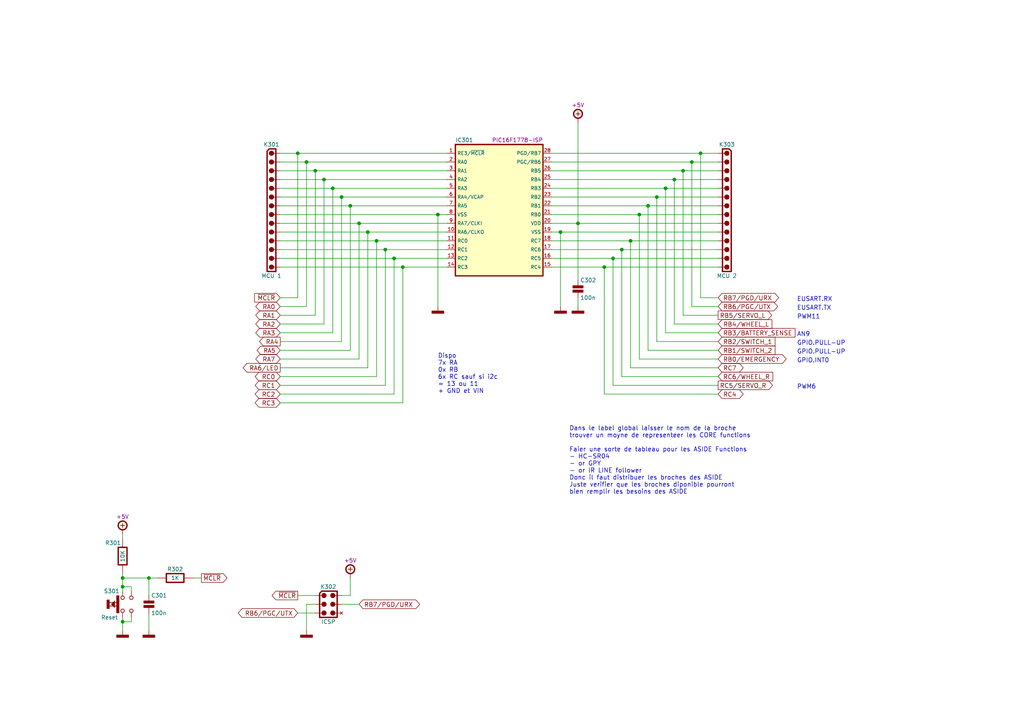
<source format=kicad_sch>
(kicad_sch (version 20211123) (generator eeschema)
  (paper "A4")
  (title_block (title "MCU") (date "01/2022") (rev "A") (comment 1 "TBOT - MCU PIC-8Bit"))
  (lib_symbols
    (symbol "tronixio:ALPS-SKRPAC" (pin_numbers hide) (pin_names (offset 0) hide)
      (property "Reference" "S" (at 0 7.62 0))
      (property "Value" "ALPS-SKRPAC" (at 0 -5.08 0))
      (symbol "ALPS-SKRPAC_0_1"
        (rectangle (start -2.54 1.778) (end 2.54 1.016) (stroke (width 0.001)) (fill (type outline)))
        (circle (center -1.905 -2.54) (radius 0.508) (stroke (width 0.2)))
        (circle (center -1.905 0) (radius 0.508) (stroke (width 0.2)))
        (rectangle (start -1.27 4.572) (end 1.27 3.81) (stroke (width 0.001)) (fill (type outline)))
        (polyline (pts (xy -0.508 1.778) (xy -0.508 3.81)) (stroke (width 0.2)))
        (polyline (pts (xy 0.508 1.778) (xy 0.508 3.81)) (stroke (width 0.2)))
        (polyline (pts (xy -1.016 2.286) (xy 1.016 2.286) (xy 0 3.302) (xy -1.016 2.286)) (stroke (width 0.001)) (fill (type outline)))
        (circle (center 1.905 -2.54) (radius 0.508) (stroke (width 0.2)))
        (circle (center 1.905 0) (radius 0.508) (stroke (width 0.2)))
        (pin passive line (at -3.81 0 0) (length 1.27) (name "1") (number "1"))
        (pin passive line (at -3.81 -2.54 0) (length 1.27) (name "2") (number "2"))
        (pin passive line (at 3.81 0 180) (length 1.27) (name "3") (number "3"))
        (pin passive line (at 3.81 -2.54 180) (length 1.27) (name "4") (number "4"))
      )
    )
    (symbol "tronixio:C-1206" (pin_numbers hide) (pin_names (offset 0) hide)
      (property "Reference" "C" (at 0.635 2.54 0))
      (property "Value" "C-1206" (at 0.635 -2.54 0))
      (symbol "C-1206_0_1"
        (rectangle (start -1.524 -0.254) (end 1.524 -1.016) (stroke (width 0.001)) (fill (type outline)))
        (rectangle (start -1.524 1.016) (end 1.524 0.254) (stroke (width 0.001)) (fill (type outline)))
      )
      (symbol "C-1206_1_1"
        (pin passive line (at 0 2.54 270) (length 1.905) (name "~") (number "1"))
        (pin passive line (at 0 -2.54 90) (length 1.905) (name "~") (number "2"))
      )
    )
    (symbol "tronixio:HARWIN-254-M-1X14-VERTICAL" (pin_numbers hide) (pin_names (offset 0) hide)
      (property "Reference" "K" (at 0 2.54 0))
      (property "Value" "HARWIN-254-M-1X14-VERTICAL" (at 0 -35.56 0))
      (symbol "HARWIN-254-M-1X14-VERTICAL_0_1"
        (circle (center 0 -33.02) (radius 0.635) (stroke (width 0.2)) (fill (type outline)))
        (circle (center 0 -30.48) (radius 0.635) (stroke (width 0.2)) (fill (type outline)))
        (circle (center 0 -27.94) (radius 0.635) (stroke (width 0.2)) (fill (type outline)))
        (circle (center 0 -25.4) (radius 0.635) (stroke (width 0.2)) (fill (type outline)))
        (circle (center 0 -22.86) (radius 0.635) (stroke (width 0.2)) (fill (type outline)))
        (circle (center 0 -20.32) (radius 0.635) (stroke (width 0.2)) (fill (type outline)))
        (circle (center 0 -17.78) (radius 0.635) (stroke (width 0.2)) (fill (type outline)))
        (circle (center 0 -15.24) (radius 0.635) (stroke (width 0.2)) (fill (type outline)))
        (circle (center 0 -12.7) (radius 0.635) (stroke (width 0.2)) (fill (type outline)))
        (circle (center 0 -10.16) (radius 0.635) (stroke (width 0.2)) (fill (type outline)))
        (circle (center 0 -7.62) (radius 0.635) (stroke (width 0.2)) (fill (type outline)))
        (circle (center 0 -5.08) (radius 0.635) (stroke (width 0.2)) (fill (type outline)))
        (circle (center 0 -2.54) (radius 0.635) (stroke (width 0.2)) (fill (type outline)))
        (polyline (pts (xy -1.27 -34.29) (xy 1.27 -34.29) (xy 1.27 0.635) (xy 0.635 1.27) (xy -1.27 1.27) (xy -1.27 -34.29)) (stroke (width 0.4)))
        (circle (center 0 0) (radius 0.635) (stroke (width 0.2)) (fill (type outline)))
      )
      (symbol "HARWIN-254-M-1X14-VERTICAL_1_1"
        (pin passive line (at -2.54 0 0) (length 1.905) (name "Pin_1") (number "1"))
        (pin passive line (at -2.54 -22.86 0) (length 1.905) (name "Pin_10") (number "10"))
        (pin passive line (at -2.54 -25.4 0) (length 1.905) (name "Pin_11") (number "11"))
        (pin passive line (at -2.54 -27.94 0) (length 1.905) (name "Pin_12") (number "12"))
        (pin passive line (at -2.54 -30.48 0) (length 1.905) (name "Pin_13") (number "13"))
        (pin passive line (at -2.54 -33.02 0) (length 1.905) (name "Pin_14") (number "14"))
        (pin passive line (at -2.54 -2.54 0) (length 1.905) (name "Pin_2") (number "2"))
        (pin passive line (at -2.54 -5.08 0) (length 1.905) (name "Pin_3") (number "3"))
        (pin passive line (at -2.54 -7.62 0) (length 1.905) (name "Pin_4") (number "4"))
        (pin passive line (at -2.54 -10.16 0) (length 1.905) (name "Pin_5") (number "5"))
        (pin passive line (at -2.54 -12.7 0) (length 1.905) (name "Pin_6") (number "6"))
        (pin passive line (at -2.54 -15.24 0) (length 1.905) (name "Pin_7") (number "7"))
        (pin passive line (at -2.54 -17.78 0) (length 1.905) (name "Pin_8") (number "8"))
        (pin passive line (at -2.54 -20.32 0) (length 1.905) (name "Pin_9") (number "9"))
      )
    )
    (symbol "tronixio:MICROCHIP-ICSP-M-2x03" (pin_numbers hide) (pin_names (offset 0) hide)
      (property "Reference" "K" (at 1.27 2.54 0))
      (property "Value" "MICROCHIP-ICSP-M-2x03" (at 1.27 -7.62 0))
      (symbol "MICROCHIP-ICSP-M-2x03_0_0"
        (circle (center 0 -5.08) (radius 0.635) (stroke (width 0.2)) (fill (type outline)))
        (circle (center 0 -2.54) (radius 0.635) (stroke (width 0.2)) (fill (type outline)))
        (polyline (pts (xy -1.27 -6.35) (xy 3.81 -6.35) (xy 3.81 1.27) (xy -0.635 1.27) (xy -1.27 0.635) (xy -1.27 -6.35)) (stroke (width 0.4)))
        (circle (center 0 0) (radius 0.635) (stroke (width 0.2)) (fill (type outline)))
        (circle (center 2.54 -5.08) (radius 0.635) (stroke (width 0.2)) (fill (type outline)))
        (circle (center 2.54 -2.54) (radius 0.635) (stroke (width 0.2)) (fill (type outline)))
        (circle (center 2.54 0) (radius 0.635) (stroke (width 0.2)) (fill (type outline)))
      )
      (symbol "MICROCHIP-ICSP-M-2x03_1_1"
        (pin input line (at -2.54 0 0) (length 1.905) (name "~{MCLR}") (number "1"))
        (pin power_in line (at 5.08 0 180) (length 1.905) (name "VDD") (number "2"))
        (pin passive line (at -2.54 -2.54 0) (length 1.905) (name "GND") (number "3"))
        (pin bidirectional line (at 5.08 -2.54 180) (length 1.905) (name "PGD") (number "4"))
        (pin input line (at -2.54 -5.08 0) (length 1.905) (name "PGC") (number "5"))
        (pin no_connect line (at 5.08 -5.08 180) (length 1.905) (name "NC") (number "6"))
      )
    )
    (symbol "tronixio:MICROCHIP-PIC16F1778-ISP" (pin_names (offset 0.5))
      (property "Reference" "IC" (at -12.7 20.32 0))
      (property "Name" "PIC16F1778-ISP" (at 12.7 20.32 0))
      (symbol "MICROCHIP-PIC16F1778-ISP_0_1"
        (rectangle (start -12.7 -19.05) (end 12.7 19.05) (stroke (width 0.4)) (fill (type background)))
      )
      (symbol "MICROCHIP-PIC16F1778-ISP_1_1"
        (pin input line (at -15.24 16.51 0) (length 2.54) (name "RE3/~{MCLR}") (number "1"))
        (pin bidirectional line (at -15.24 -6.35 0) (length 2.54) (name "RA6/CLKO") (number "10"))
        (pin bidirectional line (at -15.24 -8.89 0) (length 2.54) (name "RC0") (number "11"))
        (pin bidirectional line (at -15.24 -11.43 0) (length 2.54) (name "RC1") (number "12"))
        (pin bidirectional line (at -15.24 -13.97 0) (length 2.54) (name "RC2") (number "13"))
        (pin bidirectional line (at -15.24 -16.51 0) (length 2.54) (name "RC3") (number "14"))
        (pin bidirectional line (at 15.24 -16.51 180) (length 2.54) (name "RC4") (number "15"))
        (pin bidirectional line (at 15.24 -13.97 180) (length 2.54) (name "RC5") (number "16"))
        (pin bidirectional line (at 15.24 -11.43 180) (length 2.54) (name "RC6") (number "17"))
        (pin bidirectional line (at 15.24 -8.89 180) (length 2.54) (name "RC7") (number "18"))
        (pin power_in line (at 15.24 -6.35 180) (length 2.54) (name "VSS") (number "19"))
        (pin bidirectional line (at -15.24 13.97 0) (length 2.54) (name "RA0") (number "2"))
        (pin power_in line (at 15.24 -3.81 180) (length 2.54) (name "VDD") (number "20"))
        (pin bidirectional line (at 15.24 -1.27 180) (length 2.54) (name "RB0") (number "21"))
        (pin bidirectional line (at 15.24 1.27 180) (length 2.54) (name "RB1") (number "22"))
        (pin bidirectional line (at 15.24 3.81 180) (length 2.54) (name "RB2") (number "23"))
        (pin bidirectional line (at 15.24 6.35 180) (length 2.54) (name "RB3") (number "24"))
        (pin bidirectional line (at 15.24 8.89 180) (length 2.54) (name "RB4") (number "25"))
        (pin bidirectional line (at 15.24 11.43 180) (length 2.54) (name "RB5") (number "26"))
        (pin bidirectional line (at 15.24 13.97 180) (length 2.54) (name "PGC/RB6") (number "27"))
        (pin bidirectional line (at 15.24 16.51 180) (length 2.54) (name "PGD/RB7") (number "28"))
        (pin bidirectional line (at -15.24 11.43 0) (length 2.54) (name "RA1") (number "3"))
        (pin bidirectional line (at -15.24 8.89 0) (length 2.54) (name "RA2") (number "4"))
        (pin bidirectional line (at -15.24 6.35 0) (length 2.54) (name "RA3") (number "5"))
        (pin bidirectional line (at -15.24 3.81 0) (length 2.54) (name "RA4/VCAP") (number "6"))
        (pin bidirectional line (at -15.24 1.27 0) (length 2.54) (name "RA5") (number "7"))
        (pin power_in line (at -15.24 -1.27 0) (length 2.54) (name "VSS") (number "8"))
        (pin bidirectional line (at -15.24 -3.81 0) (length 2.54) (name "RA7/CLKI") (number "9"))
      )
    )
    (symbol "tronixio:POWER-+5V" (power) (pin_numbers hide) (pin_names (offset 0) hide)
      (property "Name" "+5V" (at 0 5.08 0))
      (symbol "POWER-+5V_0_1"
        (polyline (pts (xy -0.635 2.54) (xy 0.635 2.54)) (stroke (width 0.2)))
        (polyline (pts (xy 0 1.905) (xy 0 3.175)) (stroke (width 0.2)))
        (circle (center 0 2.54) (radius 1.27) (stroke (width 0.4)))
      )
      (symbol "POWER-+5V_1_1"
        (pin power_in line (at 0 0 90) (length 1.27) (name "+5V") (number "1"))
      )
    )
    (symbol "tronixio:POWER-GND" (power) (pin_numbers hide) (pin_names (offset 0) hide)
      (symbol "POWER-GND_0_1"
        (rectangle (start -1.778 -2.032) (end 1.778 -1.27) (stroke (width 0.001)) (fill (type outline)))
      )
      (symbol "POWER-GND_1_1"
        (pin power_in line (at 0 0 270) (length 1.27) (name "GND") (number "1"))
      )
    )
    (symbol "tronixio:R-1206" (pin_numbers hide) (pin_names (offset 0) hide)
      (property "Reference" "R" (at 2.54 0 90))
      (property "Value" "R-1206" (at 0 0 90))
      (symbol "R-1206_0_1"
        (rectangle (start -1.27 -2.54) (end 1.27 2.54) (stroke (width 0.4)))
      )
      (symbol "R-1206_1_1"
        (pin passive line (at 0 5.08 270) (length 2.54) (name "~") (number "1"))
        (pin passive line (at 0 -5.08 90) (length 2.54) (name "~") (number "2"))
      )
    )
  )
  (junction (at 35.56 167.64) (diameter 0.9144))
  (junction (at 91.44 49.53) (diameter 0.9144))
  (junction (at 193.04 54.61) (diameter 0.9144))
  (junction (at 200.66 46.99) (diameter 0.9144))
  (junction (at 195.58 52.07) (diameter 0.9144))
  (junction (at 101.6 59.69) (diameter 0.9144))
  (junction (at 175.26 77.47) (diameter 0.9144))
  (junction (at 187.96 59.69) (diameter 0.9144))
  (junction (at 93.98 52.07) (diameter 0.9144))
  (junction (at 43.18 167.64))
  (junction (at 198.12 49.53) (diameter 0.9144))
  (junction (at 127 62.23) (diameter 0.9144))
  (junction (at 177.8 74.93) (diameter 0.9144))
  (junction (at 106.68 67.31) (diameter 0.9144))
  (junction (at 162.56 67.31) (diameter 0.9144))
  (junction (at 104.14 64.77) (diameter 0.9144))
  (junction (at 114.3 74.93) (diameter 0.9144))
  (junction (at 167.64 64.77) (diameter 0.9144))
  (junction (at 203.2 44.45) (diameter 0.9144))
  (junction (at 96.52 54.61) (diameter 0.9144))
  (junction (at 35.56 180.34) (diameter 0.9144))
  (junction (at 182.88 69.85) (diameter 0.9144))
  (junction (at 99.06 57.15) (diameter 0.9144))
  (junction (at 86.36 44.45) (diameter 0.9144))
  (junction (at 88.9 46.99) (diameter 0.9144))
  (junction (at 35.56 170.18) (diameter 0.9144))
  (junction (at 116.84 77.47) (diameter 0.9144))
  (junction (at 109.22 69.85) (diameter 0.9144))
  (junction (at 185.42 62.23) (diameter 0.9144))
  (junction (at 190.5 57.15) (diameter 0.9144))
  (junction (at 180.34 72.39) (diameter 0.9144))
  (junction (at 111.76 72.39) (diameter 0.9144))
  (wire (pts (xy 88.9 175.26) (xy 88.9 182.88)))
  (wire (pts (xy 91.44 175.26) (xy 88.9 175.26)))
  (wire (pts (xy 160.02 44.45) (xy 203.2 44.45)))
  (wire (pts (xy 203.2 44.45) (xy 208.28 44.45)))
  (wire (pts (xy 81.28 62.23) (xy 127 62.23)))
  (wire (pts (xy 127 62.23) (xy 129.54 62.23)))
  (wire (pts (xy 81.28 52.07) (xy 93.98 52.07)))
  (wire (pts (xy 93.98 52.07) (xy 129.54 52.07)))
  (wire (pts (xy 35.56 167.64) (xy 43.18 167.64)))
  (wire (pts (xy 43.18 172.72) (xy 43.18 167.64)))
  (wire (pts (xy 160.02 77.47) (xy 175.26 77.47)))
  (wire (pts (xy 175.26 77.47) (xy 208.28 77.47)))
  (wire (pts (xy 160.02 62.23) (xy 185.42 62.23)))
  (wire (pts (xy 185.42 62.23) (xy 208.28 62.23)))
  (wire (pts (xy 198.12 49.53) (xy 198.12 91.44)))
  (wire (pts (xy 208.28 114.3) (xy 175.26 114.3)))
  (wire (pts (xy 208.28 111.76) (xy 177.8 111.76)))
  (wire (pts (xy 208.28 104.14) (xy 185.42 104.14)))
  (wire (pts (xy 160.02 67.31) (xy 162.56 67.31)))
  (wire (pts (xy 162.56 67.31) (xy 208.28 67.31)))
  (wire (pts (xy 190.5 57.15) (xy 190.5 99.06)))
  (wire (pts (xy 190.5 99.06) (xy 208.28 99.06)))
  (wire (pts (xy 160.02 64.77) (xy 167.64 64.77)))
  (wire (pts (xy 167.64 64.77) (xy 208.28 64.77)))
  (wire (pts (xy 182.88 69.85) (xy 182.88 106.68)))
  (wire (pts (xy 182.88 106.68) (xy 208.28 106.68)))
  (wire (pts (xy 162.56 67.31) (xy 162.56 88.9)))
  (wire (pts (xy 160.02 69.85) (xy 182.88 69.85)))
  (wire (pts (xy 182.88 69.85) (xy 208.28 69.85)))
  (wire (pts (xy 81.28 74.93) (xy 114.3 74.93)))
  (wire (pts (xy 114.3 74.93) (xy 129.54 74.93)))
  (wire (pts (xy 195.58 52.07) (xy 195.58 93.98)))
  (wire (pts (xy 167.64 64.77) (xy 167.64 81.28)))
  (wire (pts (xy 81.28 114.3) (xy 114.3 114.3)))
  (wire (pts (xy 114.3 114.3) (xy 114.3 74.93)))
  (wire (pts (xy 81.28 64.77) (xy 104.14 64.77)))
  (wire (pts (xy 104.14 64.77) (xy 129.54 64.77)))
  (wire (pts (xy 86.36 177.8) (xy 91.44 177.8)))
  (wire (pts (xy 175.26 77.47) (xy 175.26 114.3)))
  (wire (pts (xy 55.88 167.64) (xy 58.42 167.64)))
  (wire (pts (xy 81.28 104.14) (xy 104.14 104.14)))
  (wire (pts (xy 35.56 154.94) (xy 35.56 156.21)))
  (wire (pts (xy 81.28 106.68) (xy 106.68 106.68)))
  (wire (pts (xy 35.56 170.18) (xy 38.1 170.18)))
  (wire (pts (xy 38.1 171.45) (xy 38.1 170.18)))
  (wire (pts (xy 187.96 59.69) (xy 187.96 101.6)))
  (wire (pts (xy 187.96 101.6) (xy 208.28 101.6)))
  (wire (pts (xy 35.56 180.34) (xy 38.1 180.34)))
  (wire (pts (xy 38.1 179.07) (xy 38.1 180.34)))
  (wire (pts (xy 81.28 67.31) (xy 106.68 67.31)))
  (wire (pts (xy 106.68 67.31) (xy 129.54 67.31)))
  (wire (pts (xy 86.36 44.45) (xy 86.36 86.36)))
  (wire (pts (xy 160.02 54.61) (xy 193.04 54.61)))
  (wire (pts (xy 193.04 54.61) (xy 208.28 54.61)))
  (wire (pts (xy 177.8 74.93) (xy 177.8 111.76)))
  (wire (pts (xy 185.42 62.23) (xy 185.42 104.14)))
  (wire (pts (xy 81.28 109.22) (xy 109.22 109.22)))
  (wire (pts (xy 109.22 109.22) (xy 109.22 69.85)))
  (wire (pts (xy 81.28 91.44) (xy 91.44 91.44)))
  (wire (pts (xy 180.34 72.39) (xy 180.34 109.22)))
  (wire (pts (xy 193.04 54.61) (xy 193.04 96.52)))
  (wire (pts (xy 193.04 96.52) (xy 208.28 96.52)))
  (wire (pts (xy 81.28 49.53) (xy 91.44 49.53)))
  (wire (pts (xy 91.44 49.53) (xy 129.54 49.53)))
  (wire (pts (xy 99.06 172.72) (xy 101.6 172.72)))
  (wire (pts (xy 101.6 167.64) (xy 101.6 172.72)))
  (wire (pts (xy 81.28 54.61) (xy 96.52 54.61)))
  (wire (pts (xy 96.52 54.61) (xy 129.54 54.61)))
  (wire (pts (xy 167.64 35.56) (xy 167.64 64.77)))
  (wire (pts (xy 43.18 167.64) (xy 45.72 167.64)))
  (wire (pts (xy 35.56 166.37) (xy 35.56 167.64)))
  (wire (pts (xy 81.28 111.76) (xy 111.76 111.76)))
  (wire (pts (xy 111.76 111.76) (xy 111.76 72.39)))
  (wire (pts (xy 160.02 72.39) (xy 180.34 72.39)))
  (wire (pts (xy 180.34 72.39) (xy 208.28 72.39)))
  (wire (pts (xy 127 62.23) (xy 127 88.9)))
  (wire (pts (xy 35.56 179.07) (xy 35.56 180.34)))
  (wire (pts (xy 35.56 180.34) (xy 35.56 182.88)))
  (wire (pts (xy 200.66 88.9) (xy 208.28 88.9)))
  (wire (pts (xy 167.64 86.36) (xy 167.64 88.9)))
  (wire (pts (xy 81.28 72.39) (xy 111.76 72.39)))
  (wire (pts (xy 111.76 72.39) (xy 129.54 72.39)))
  (wire (pts (xy 160.02 49.53) (xy 198.12 49.53)))
  (wire (pts (xy 198.12 49.53) (xy 208.28 49.53)))
  (wire (pts (xy 81.28 88.9) (xy 88.9 88.9)))
  (wire (pts (xy 81.28 44.45) (xy 86.36 44.45)))
  (wire (pts (xy 86.36 44.45) (xy 129.54 44.45)))
  (wire (pts (xy 198.12 91.44) (xy 208.28 91.44)))
  (wire (pts (xy 195.58 93.98) (xy 208.28 93.98)))
  (wire (pts (xy 81.28 59.69) (xy 101.6 59.69)))
  (wire (pts (xy 101.6 59.69) (xy 129.54 59.69)))
  (wire (pts (xy 160.02 57.15) (xy 190.5 57.15)))
  (wire (pts (xy 190.5 57.15) (xy 208.28 57.15)))
  (wire (pts (xy 99.06 175.26) (xy 104.14 175.26)))
  (wire (pts (xy 160.02 46.99) (xy 200.66 46.99)))
  (wire (pts (xy 200.66 46.99) (xy 208.28 46.99)))
  (wire (pts (xy 81.28 101.6) (xy 101.6 101.6)))
  (wire (pts (xy 101.6 101.6) (xy 101.6 59.69)))
  (wire (pts (xy 88.9 88.9) (xy 88.9 46.99)))
  (wire (pts (xy 81.28 77.47) (xy 116.84 77.47)))
  (wire (pts (xy 116.84 77.47) (xy 129.54 77.47)))
  (wire (pts (xy 203.2 44.45) (xy 203.2 86.36)))
  (wire (pts (xy 91.44 91.44) (xy 91.44 49.53)))
  (wire (pts (xy 208.28 109.22) (xy 180.34 109.22)))
  (wire (pts (xy 81.28 116.84) (xy 116.84 116.84)))
  (wire (pts (xy 116.84 116.84) (xy 116.84 77.47)))
  (wire (pts (xy 106.68 106.68) (xy 106.68 67.31)))
  (wire (pts (xy 81.28 93.98) (xy 93.98 93.98)))
  (wire (pts (xy 93.98 93.98) (xy 93.98 52.07)))
  (wire (pts (xy 200.66 46.99) (xy 200.66 88.9)))
  (wire (pts (xy 160.02 59.69) (xy 187.96 59.69)))
  (wire (pts (xy 187.96 59.69) (xy 208.28 59.69)))
  (wire (pts (xy 160.02 74.93) (xy 177.8 74.93)))
  (wire (pts (xy 177.8 74.93) (xy 208.28 74.93)))
  (wire (pts (xy 43.18 177.8) (xy 43.18 182.88)))
  (wire (pts (xy 203.2 86.36) (xy 208.28 86.36)))
  (wire (pts (xy 160.02 52.07) (xy 195.58 52.07)))
  (wire (pts (xy 195.58 52.07) (xy 208.28 52.07)))
  (wire (pts (xy 86.36 172.72) (xy 91.44 172.72)))
  (wire (pts (xy 81.28 46.99) (xy 88.9 46.99)))
  (wire (pts (xy 88.9 46.99) (xy 129.54 46.99)))
  (wire (pts (xy 35.56 167.64) (xy 35.56 170.18)))
  (wire (pts (xy 35.56 170.18) (xy 35.56 171.45)))
  (wire (pts (xy 81.28 99.06) (xy 99.06 99.06)))
  (wire (pts (xy 99.06 99.06) (xy 99.06 57.15)))
  (wire (pts (xy 81.28 69.85) (xy 109.22 69.85)))
  (wire (pts (xy 109.22 69.85) (xy 129.54 69.85)))
  (wire (pts (xy 81.28 57.15) (xy 99.06 57.15)))
  (wire (pts (xy 99.06 57.15) (xy 129.54 57.15)))
  (wire (pts (xy 81.28 86.36) (xy 86.36 86.36)))
  (wire (pts (xy 81.28 96.52) (xy 96.52 96.52)))
  (wire (pts (xy 96.52 96.52) (xy 96.52 54.61)))
  (wire (pts (xy 104.14 104.14) (xy 104.14 64.77)))
  (text "GPIO.PULL-UP" (at 231.14 100.33 0) (effects (font (size 1.27 1.27)) (justify left bottom)))
  (text "Dispo\n7x RA\n0x RB\n6x RC sauf si i2c\n= 13 ou 11\n+ GND et VIN" (at 127 114.3 0) (effects (font (size 1.27 1.27)) (justify left bottom)))
  (text "PWM6" (at 231.14 113.03 0) (effects (font (size 1.27 1.27)) (justify left bottom)))
  (text "EUSART.TX" (at 231.14 90.17 0) (effects (font (size 1.27 1.27)) (justify left bottom)))
  (text "GPIO.INT0" (at 231.14 105.41 0) (effects (font (size 1.27 1.27)) (justify left bottom)))
  (text "Dans le label global laisser le nom de la broche\ntrouver un moyne de representeer les CORE functions\n\nFaier une sorte de tableau pour les ASIDE Functions\n- HC-SR04\n- or GPY\n- or IR LINE follower\nDonc il faut distribuer les broches des ASIDE\nJuste verifier que les broches diponible pourront\nbien remplir les besoins des ASIDE" (at 165.1 143.51 0) (effects (font (size 1.27 1.27)) (justify left bottom)))
  (text "GPIO.PULL-UP" (at 231.14 102.87 0) (effects (font (size 1.27 1.27)) (justify left bottom)))
  (text "PWM11" (at 231.14 92.71 0) (effects (font (size 1.27 1.27)) (justify left bottom)))
  (text "EUSART.RX" (at 231.14 87.63 0) (effects (font (size 1.27 1.27)) (justify left bottom)))
  (text "AN9" (at 231.14 97.79 0) (effects (font (size 1.27 1.27)) (justify left bottom)))
  (global_label "RC5{slash}SERVO_R" (shape output) (at 208.28 111.76 0) (property "Intersheet References" "${INTERSHEET_REFS}" (effects hide)))
  (global_label "RC1" (shape bidirectional) (at 81.28 111.76 180) (property "Intersheet References" "${INTERSHEET_REFS}" (effects hide)))
  (global_label "~{MCLR}" (shape output) (at 86.36 172.72 180) (property "Intersheet References" "${INTERSHEET_REFS}" (effects hide)))
  (global_label "RC3" (shape bidirectional) (at 81.28 116.84 180) (property "Intersheet References" "${INTERSHEET_REFS}" (effects hide)))
  (global_label "RA3" (shape bidirectional) (at 81.28 96.52 180) (property "Intersheet References" "${INTERSHEET_REFS}" (effects hide)))
  (global_label "~{MCLR}" (shape output) (at 58.42 167.64 0) (property "Intersheet References" "${INTERSHEET_REFS}" (effects hide)))
  (global_label "RB3{slash}BATTERY_SENSE" (shape input) (at 208.28 96.52 0) (property "Intersheet References" "${INTERSHEET_REFS}" (effects hide)))
  (global_label "RB7{slash}PGD{slash}URX" (shape bidirectional) (at 104.14 175.26 0) (property "Intersheet References" "${INTERSHEET_REFS}" (effects hide)))
  (global_label "RA7" (shape bidirectional) (at 81.28 104.14 180) (property "Intersheet References" "${INTERSHEET_REFS}" (effects hide)))
  (global_label "RB4{slash}WHEEL_L" (shape input) (at 208.28 93.98 0) (property "Intersheet References" "${INTERSHEET_REFS}" (effects hide)))
  (global_label "RA4" (shape output) (at 81.28 99.06 180) (property "Intersheet References" "${INTERSHEET_REFS}" (effects hide)))
  (global_label "RC0" (shape bidirectional) (at 81.28 109.22 180) (property "Intersheet References" "${INTERSHEET_REFS}" (effects hide)))
  (global_label "RC4" (shape bidirectional) (at 208.28 114.3 0) (property "Intersheet References" "${INTERSHEET_REFS}" (effects hide)))
  (global_label "RB0{slash}EMERGENCY" (shape bidirectional) (at 208.28 104.14 0) (property "Intersheet References" "${INTERSHEET_REFS}" (effects hide)))
  (global_label "RB1{slash}SWITCH_2" (shape input) (at 208.28 101.6 0) (property "Intersheet References" "${INTERSHEET_REFS}" (effects hide)))
  (global_label "RB6{slash}PGC{slash}UTX" (shape bidirectional) (at 86.36 177.8 180) (property "Intersheet References" "${INTERSHEET_REFS}" (effects hide)))
  (global_label "RA6{slash}LED" (shape output) (at 81.28 106.68 180) (property "Intersheet References" "${INTERSHEET_REFS}" (effects hide)))
  (global_label "RA5" (shape bidirectional) (at 81.28 101.6 180) (effects (font (size 1.2 1.2))) (property "Intersheet References" "${INTERSHEET_REFS}" (effects hide)))
  (global_label "RA1" (shape bidirectional) (at 81.28 91.44 180) (property "Intersheet References" "${INTERSHEET_REFS}" (effects hide)))
  (global_label "RA2" (shape bidirectional) (at 81.28 93.98 180) (property "Intersheet References" "${INTERSHEET_REFS}" (effects hide)))
  (global_label "RB6{slash}PGC{slash}UTX" (shape bidirectional) (at 208.28 88.9 0) (property "Intersheet References" "${INTERSHEET_REFS}" (effects hide)))
  (global_label "RA0" (shape bidirectional) (at 81.28 88.9 180) (property "Intersheet References" "${INTERSHEET_REFS}" (effects hide)))
  (global_label "RC6{slash}WHEEL_R" (shape input) (at 208.28 109.22 0) (property "Intersheet References" "${INTERSHEET_REFS}" (effects hide)))
  (global_label "~{MCLR}" (shape input) (at 81.28 86.36 180) (property "Intersheet References" "${INTERSHEET_REFS}" (effects hide)))
  (global_label "RC2" (shape bidirectional) (at 81.28 114.3 180) (property "Intersheet References" "${INTERSHEET_REFS}" (effects hide)))
  (global_label "RC7" (shape bidirectional) (at 208.28 106.68 0) (property "Intersheet References" "${INTERSHEET_REFS}" (effects hide)))
  (global_label "RB2{slash}SWITCH_1" (shape input) (at 208.28 99.06 0) (property "Intersheet References" "${INTERSHEET_REFS}" (effects hide)))
  (global_label "RB7{slash}PGD{slash}URX" (shape bidirectional) (at 208.28 86.36 0) (property "Intersheet References" "${INTERSHEET_REFS}" (effects hide)))
  (global_label "RB5{slash}SERVO_L" (shape output) (at 208.28 91.44 0) (property "Intersheet References" "${INTERSHEET_REFS}" (effects hide)))
  (symbol (lib_id "tronixio:POWER-+5V") (at 167.64 35.56 0) (unit 1)
    (property "Reference" "#PWR0308" (effects hide))
    (property "Value" "+5V" (effects hide))
    (property "Name" "+5V" (at 167.64 30.48 0) (effects (font (size 1.15 1.15))))
  )
  (symbol (lib_id "tronixio:ALPS-SKRPAC") (at 35.56 175.26 90) (unit 1)
    (property "Reference" "S301" (at 32.385 171.45 90) (effects (font (size 1.15 1.15))))
    (property "Value" "Reset" (at 31.75 179.07 90) (effects (font (size 1.15 1.15))))
    (property "Footprint" "tronixio:ALPS-SKRPAC" (effects hide))
    (property "Datasheet" "http://www.alps.com/prod/info/E/HTML/Tact/SurfaceMount/SKRP/SKRPACE010.html" (effects hide))
    (property "MOUSER" "688-SKRPACE010" (effects hide))
  )
  (symbol (lib_id "tronixio:C-1206") (at 167.64 83.82 0) (unit 1)
    (property "Reference" "C302" (at 168.275 81.28 0) (effects (font (size 1.15 1.15)) (justify left)))
    (property "Value" "100n" (at 168.275 86.36 0) (effects (font (size 1.15 1.15)) (justify left)))
    (property "Footprint" "tronixio:CAPACITOR-1206" (effects hide))
  )
  (symbol (lib_id "tronixio:HARWIN-254-M-1X14-VERTICAL") (at 210.82 44.45 0) (unit 1)
    (property "Reference" "K303" (at 210.82 41.91 0) (effects (font (size 1.15 1.15))))
    (property "Value" "MCU 2" (at 210.82 80.01 0) (effects (font (size 1.15 1.15))))
    (property "Footprint" "tronixio:HARWIN-M20-999144x" (effects hide))
    (property "Datasheet" "https://www.harwin.com/products/M20-9991446/" (effects hide))
    (property "MOUSER" "855-M20-999144" (effects hide))
  )
  (symbol (lib_id "tronixio:C-1206") (at 43.18 175.26 0) (unit 1)
    (property "Reference" "C301" (at 43.815 172.72 0) (effects (font (size 1.15 1.15)) (justify left)))
    (property "Value" "100n" (at 43.815 177.8 0) (effects (font (size 1.15 1.15)) (justify left)))
    (property "Footprint" "tronixio:CAPACITOR-1206" (effects hide))
  )
  (symbol (lib_id "tronixio:POWER-GND") (at 162.56 88.9 0) (unit 1)
    (property "Reference" "#PWR0307" (effects hide))
    (property "Value" "GND" (effects hide))
  )
  (symbol (lib_id "tronixio:MICROCHIP-PIC16F1778-ISP") (at 144.78 60.96 0) (unit 1)
    (property "Reference" "IC301" (at 132.08 40.64 0) (effects (font (size 1.15 1.15)) (justify left)))
    (property "Value" "PIC16F1778" (effects hide))
    (property "Footprint" "tronixio:DIP-28-W762" (effects hide))
    (property "Datasheet" "https://www.microchip.com/en-us/product/PIC18F27Q43" (effects hide))
    (property "MOUSER" "579-PIC16F1778-I/SP" (effects hide))
    (property "Name" "PIC16F1778-ISP" (at 157.48 40.64 0) (effects (font (size 1.15 1.15)) (justify right)))
  )
  (symbol (lib_id "tronixio:POWER-GND") (at 167.64 88.9 0) (unit 1)
    (property "Reference" "#PWR0309" (effects hide))
    (property "Value" "GND" (effects hide))
  )
  (symbol (lib_id "tronixio:R-1206") (at 50.8 167.64 270) (unit 1)
    (property "Reference" "R302" (at 50.8 165.1 90) (effects (font (size 1.15 1.15))))
    (property "Value" "1K" (at 50.8 167.64 90) (effects (font (size 1.15 1.15))))
    (property "Footprint" "tronixio:RESISTOR-1206" (effects hide))
  )
  (symbol (lib_id "tronixio:POWER-+5V") (at 35.56 154.94 0) (unit 1)
    (property "Reference" "#PWR0301" (effects hide))
    (property "Value" "+5V" (effects hide))
    (property "Name" "+5V" (at 35.56 149.86 0) (effects (font (size 1.15 1.15))))
  )
  (symbol (lib_id "tronixio:POWER-GND") (at 88.9 182.88 0) (unit 1)
    (property "Reference" "#PWR0304" (effects hide))
    (property "Value" "GND" (effects hide))
  )
  (symbol (lib_id "tronixio:MICROCHIP-ICSP-M-2x03") (at 93.98 172.72 0) (unit 1)
    (property "Reference" "K302" (at 95.25 170.18 0) (effects (font (size 1.15 1.15))))
    (property "Value" "ICSP" (at 95.25 180.34 0) (effects (font (size 1.15 1.15))))
    (property "Footprint" "tronixio:HARWIN-M20-998034x" (effects hide))
    (property "Datasheet" "https://ww1.microchip.com/downloads/en/DeviceDoc/30277d.pdf" (effects hide))
    (property "MOUSER" "855-M20-9980346" (effects hide))
  )
  (symbol (lib_id "tronixio:POWER-GND") (at 127 88.9 0) (unit 1)
    (property "Reference" "#PWR0306" (effects hide))
    (property "Value" "GND" (effects hide))
  )
  (symbol (lib_id "tronixio:POWER-+5V") (at 101.6 167.64 0) (unit 1)
    (property "Reference" "#PWR0305" (effects hide))
    (property "Value" "+5V" (effects hide))
    (property "Name" "+5V" (at 101.6 162.56 0) (effects (font (size 1.15 1.15))))
  )
  (symbol (lib_id "tronixio:POWER-GND") (at 43.18 182.88 0) (unit 1)
    (property "Reference" "#PWR0303" (effects hide))
    (property "Value" "GND" (effects hide))
  )
  (symbol (lib_id "tronixio:HARWIN-254-M-1X14-VERTICAL") (at 78.74 44.45 0) (mirror y) (unit 1)
    (property "Reference" "K301" (at 78.74 41.91 0) (effects (font (size 1.15 1.15))))
    (property "Value" "MCU 1" (at 78.74 80.01 0) (effects (font (size 1.15 1.15))))
    (property "Footprint" "tronixio:HARWIN-M20-999144x" (effects hide))
    (property "Datasheet" "https://www.harwin.com/products/M20-9991446/" (effects hide))
    (property "MOUSER" "855-M20-999144" (effects hide))
  )
  (symbol (lib_id "tronixio:POWER-GND") (at 35.56 182.88 0) (unit 1)
    (property "Reference" "#PWR0302" (effects hide))
    (property "Value" "GND" (effects hide))
  )
  (symbol (lib_id "tronixio:R-1206") (at 35.56 161.29 180) (unit 1)
    (property "Reference" "R301" (at 30.48 157.48 0) (effects (font (size 1.15 1.15)) (justify right)))
    (property "Value" "10K" (at 35.56 161.29 90) (effects (font (size 1.15 1.15))))
    (property "Footprint" "tronixio:RESISTOR-1206" (effects hide))
  )
)
</source>
